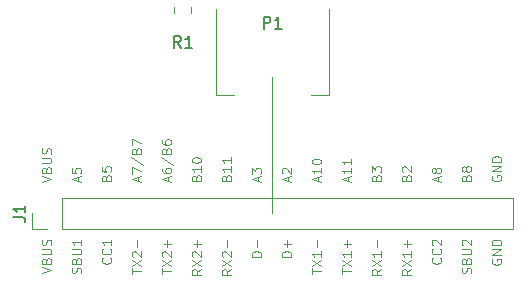
<source format=gbr>
G04 #@! TF.GenerationSoftware,KiCad,Pcbnew,(5.1.2-1)-1*
G04 #@! TF.CreationDate,2020-04-26T15:35:38+02:00*
G04 #@! TF.ProjectId,USB-C-USB-3.2,5553422d-432d-4555-9342-2d332e322e6b,rev?*
G04 #@! TF.SameCoordinates,Original*
G04 #@! TF.FileFunction,Legend,Top*
G04 #@! TF.FilePolarity,Positive*
%FSLAX46Y46*%
G04 Gerber Fmt 4.6, Leading zero omitted, Abs format (unit mm)*
G04 Created by KiCad (PCBNEW (5.1.2-1)-1) date 2020-04-26 15:35:38*
%MOMM*%
%LPD*%
G04 APERTURE LIST*
%ADD10C,0.080000*%
%ADD11C,0.100000*%
%ADD12C,0.120000*%
%ADD13C,0.150000*%
G04 APERTURE END LIST*
D10*
X82500000Y-77000000D02*
X82500000Y-65425000D01*
D11*
X62972857Y-74358809D02*
X63752857Y-74092142D01*
X62972857Y-73825476D01*
X63344285Y-73292142D02*
X63381428Y-73177857D01*
X63418571Y-73139761D01*
X63492857Y-73101666D01*
X63604285Y-73101666D01*
X63678571Y-73139761D01*
X63715714Y-73177857D01*
X63752857Y-73254047D01*
X63752857Y-73558809D01*
X62972857Y-73558809D01*
X62972857Y-73292142D01*
X63010000Y-73215952D01*
X63047142Y-73177857D01*
X63121428Y-73139761D01*
X63195714Y-73139761D01*
X63270000Y-73177857D01*
X63307142Y-73215952D01*
X63344285Y-73292142D01*
X63344285Y-73558809D01*
X62972857Y-72758809D02*
X63604285Y-72758809D01*
X63678571Y-72720714D01*
X63715714Y-72682619D01*
X63752857Y-72606428D01*
X63752857Y-72454047D01*
X63715714Y-72377857D01*
X63678571Y-72339761D01*
X63604285Y-72301666D01*
X62972857Y-72301666D01*
X63715714Y-71958809D02*
X63752857Y-71844523D01*
X63752857Y-71654047D01*
X63715714Y-71577857D01*
X63678571Y-71539761D01*
X63604285Y-71501666D01*
X63530000Y-71501666D01*
X63455714Y-71539761D01*
X63418571Y-71577857D01*
X63381428Y-71654047D01*
X63344285Y-71806428D01*
X63307142Y-71882619D01*
X63270000Y-71920714D01*
X63195714Y-71958809D01*
X63121428Y-71958809D01*
X63047142Y-71920714D01*
X63010000Y-71882619D01*
X62972857Y-71806428D01*
X62972857Y-71615952D01*
X63010000Y-71501666D01*
X66070000Y-74282619D02*
X66070000Y-73901666D01*
X66292857Y-74358809D02*
X65512857Y-74092142D01*
X66292857Y-73825476D01*
X65512857Y-73177857D02*
X65512857Y-73558809D01*
X65884285Y-73596904D01*
X65847142Y-73558809D01*
X65810000Y-73482619D01*
X65810000Y-73292142D01*
X65847142Y-73215952D01*
X65884285Y-73177857D01*
X65958571Y-73139761D01*
X66144285Y-73139761D01*
X66218571Y-73177857D01*
X66255714Y-73215952D01*
X66292857Y-73292142D01*
X66292857Y-73482619D01*
X66255714Y-73558809D01*
X66218571Y-73596904D01*
X68424285Y-73977857D02*
X68461428Y-73863571D01*
X68498571Y-73825476D01*
X68572857Y-73787380D01*
X68684285Y-73787380D01*
X68758571Y-73825476D01*
X68795714Y-73863571D01*
X68832857Y-73939761D01*
X68832857Y-74244523D01*
X68052857Y-74244523D01*
X68052857Y-73977857D01*
X68090000Y-73901666D01*
X68127142Y-73863571D01*
X68201428Y-73825476D01*
X68275714Y-73825476D01*
X68350000Y-73863571D01*
X68387142Y-73901666D01*
X68424285Y-73977857D01*
X68424285Y-74244523D01*
X68052857Y-73063571D02*
X68052857Y-73444523D01*
X68424285Y-73482619D01*
X68387142Y-73444523D01*
X68350000Y-73368333D01*
X68350000Y-73177857D01*
X68387142Y-73101666D01*
X68424285Y-73063571D01*
X68498571Y-73025476D01*
X68684285Y-73025476D01*
X68758571Y-73063571D01*
X68795714Y-73101666D01*
X68832857Y-73177857D01*
X68832857Y-73368333D01*
X68795714Y-73444523D01*
X68758571Y-73482619D01*
X71150000Y-74282619D02*
X71150000Y-73901666D01*
X71372857Y-74358809D02*
X70592857Y-74092142D01*
X71372857Y-73825476D01*
X70592857Y-73635000D02*
X70592857Y-73101666D01*
X71372857Y-73444523D01*
X70555714Y-72225476D02*
X71558571Y-72911190D01*
X70964285Y-71692142D02*
X71001428Y-71577857D01*
X71038571Y-71539761D01*
X71112857Y-71501666D01*
X71224285Y-71501666D01*
X71298571Y-71539761D01*
X71335714Y-71577857D01*
X71372857Y-71654047D01*
X71372857Y-71958809D01*
X70592857Y-71958809D01*
X70592857Y-71692142D01*
X70630000Y-71615952D01*
X70667142Y-71577857D01*
X70741428Y-71539761D01*
X70815714Y-71539761D01*
X70890000Y-71577857D01*
X70927142Y-71615952D01*
X70964285Y-71692142D01*
X70964285Y-71958809D01*
X70592857Y-71235000D02*
X70592857Y-70701666D01*
X71372857Y-71044523D01*
X73690000Y-74282619D02*
X73690000Y-73901666D01*
X73912857Y-74358809D02*
X73132857Y-74092142D01*
X73912857Y-73825476D01*
X73132857Y-73215952D02*
X73132857Y-73368333D01*
X73170000Y-73444523D01*
X73207142Y-73482619D01*
X73318571Y-73558809D01*
X73467142Y-73596904D01*
X73764285Y-73596904D01*
X73838571Y-73558809D01*
X73875714Y-73520714D01*
X73912857Y-73444523D01*
X73912857Y-73292142D01*
X73875714Y-73215952D01*
X73838571Y-73177857D01*
X73764285Y-73139761D01*
X73578571Y-73139761D01*
X73504285Y-73177857D01*
X73467142Y-73215952D01*
X73430000Y-73292142D01*
X73430000Y-73444523D01*
X73467142Y-73520714D01*
X73504285Y-73558809D01*
X73578571Y-73596904D01*
X73095714Y-72225476D02*
X74098571Y-72911190D01*
X73504285Y-71692142D02*
X73541428Y-71577857D01*
X73578571Y-71539761D01*
X73652857Y-71501666D01*
X73764285Y-71501666D01*
X73838571Y-71539761D01*
X73875714Y-71577857D01*
X73912857Y-71654047D01*
X73912857Y-71958809D01*
X73132857Y-71958809D01*
X73132857Y-71692142D01*
X73170000Y-71615952D01*
X73207142Y-71577857D01*
X73281428Y-71539761D01*
X73355714Y-71539761D01*
X73430000Y-71577857D01*
X73467142Y-71615952D01*
X73504285Y-71692142D01*
X73504285Y-71958809D01*
X73132857Y-70815952D02*
X73132857Y-70968333D01*
X73170000Y-71044523D01*
X73207142Y-71082619D01*
X73318571Y-71158809D01*
X73467142Y-71196904D01*
X73764285Y-71196904D01*
X73838571Y-71158809D01*
X73875714Y-71120714D01*
X73912857Y-71044523D01*
X73912857Y-70892142D01*
X73875714Y-70815952D01*
X73838571Y-70777857D01*
X73764285Y-70739761D01*
X73578571Y-70739761D01*
X73504285Y-70777857D01*
X73467142Y-70815952D01*
X73430000Y-70892142D01*
X73430000Y-71044523D01*
X73467142Y-71120714D01*
X73504285Y-71158809D01*
X73578571Y-71196904D01*
X76044285Y-73977857D02*
X76081428Y-73863571D01*
X76118571Y-73825476D01*
X76192857Y-73787380D01*
X76304285Y-73787380D01*
X76378571Y-73825476D01*
X76415714Y-73863571D01*
X76452857Y-73939761D01*
X76452857Y-74244523D01*
X75672857Y-74244523D01*
X75672857Y-73977857D01*
X75710000Y-73901666D01*
X75747142Y-73863571D01*
X75821428Y-73825476D01*
X75895714Y-73825476D01*
X75970000Y-73863571D01*
X76007142Y-73901666D01*
X76044285Y-73977857D01*
X76044285Y-74244523D01*
X76452857Y-73025476D02*
X76452857Y-73482619D01*
X76452857Y-73254047D02*
X75672857Y-73254047D01*
X75784285Y-73330238D01*
X75858571Y-73406428D01*
X75895714Y-73482619D01*
X75672857Y-72530238D02*
X75672857Y-72454047D01*
X75710000Y-72377857D01*
X75747142Y-72339761D01*
X75821428Y-72301666D01*
X75970000Y-72263571D01*
X76155714Y-72263571D01*
X76304285Y-72301666D01*
X76378571Y-72339761D01*
X76415714Y-72377857D01*
X76452857Y-72454047D01*
X76452857Y-72530238D01*
X76415714Y-72606428D01*
X76378571Y-72644523D01*
X76304285Y-72682619D01*
X76155714Y-72720714D01*
X75970000Y-72720714D01*
X75821428Y-72682619D01*
X75747142Y-72644523D01*
X75710000Y-72606428D01*
X75672857Y-72530238D01*
X78584285Y-73977857D02*
X78621428Y-73863571D01*
X78658571Y-73825476D01*
X78732857Y-73787380D01*
X78844285Y-73787380D01*
X78918571Y-73825476D01*
X78955714Y-73863571D01*
X78992857Y-73939761D01*
X78992857Y-74244523D01*
X78212857Y-74244523D01*
X78212857Y-73977857D01*
X78250000Y-73901666D01*
X78287142Y-73863571D01*
X78361428Y-73825476D01*
X78435714Y-73825476D01*
X78510000Y-73863571D01*
X78547142Y-73901666D01*
X78584285Y-73977857D01*
X78584285Y-74244523D01*
X78992857Y-73025476D02*
X78992857Y-73482619D01*
X78992857Y-73254047D02*
X78212857Y-73254047D01*
X78324285Y-73330238D01*
X78398571Y-73406428D01*
X78435714Y-73482619D01*
X78992857Y-72263571D02*
X78992857Y-72720714D01*
X78992857Y-72492142D02*
X78212857Y-72492142D01*
X78324285Y-72568333D01*
X78398571Y-72644523D01*
X78435714Y-72720714D01*
X81310000Y-74282619D02*
X81310000Y-73901666D01*
X81532857Y-74358809D02*
X80752857Y-74092142D01*
X81532857Y-73825476D01*
X80752857Y-73635000D02*
X80752857Y-73139761D01*
X81050000Y-73406428D01*
X81050000Y-73292142D01*
X81087142Y-73215952D01*
X81124285Y-73177857D01*
X81198571Y-73139761D01*
X81384285Y-73139761D01*
X81458571Y-73177857D01*
X81495714Y-73215952D01*
X81532857Y-73292142D01*
X81532857Y-73520714D01*
X81495714Y-73596904D01*
X81458571Y-73635000D01*
X83850000Y-74282619D02*
X83850000Y-73901666D01*
X84072857Y-74358809D02*
X83292857Y-74092142D01*
X84072857Y-73825476D01*
X83367142Y-73596904D02*
X83330000Y-73558809D01*
X83292857Y-73482619D01*
X83292857Y-73292142D01*
X83330000Y-73215952D01*
X83367142Y-73177857D01*
X83441428Y-73139761D01*
X83515714Y-73139761D01*
X83627142Y-73177857D01*
X84072857Y-73635000D01*
X84072857Y-73139761D01*
X86390000Y-74282619D02*
X86390000Y-73901666D01*
X86612857Y-74358809D02*
X85832857Y-74092142D01*
X86612857Y-73825476D01*
X86612857Y-73139761D02*
X86612857Y-73596904D01*
X86612857Y-73368333D02*
X85832857Y-73368333D01*
X85944285Y-73444523D01*
X86018571Y-73520714D01*
X86055714Y-73596904D01*
X85832857Y-72644523D02*
X85832857Y-72568333D01*
X85870000Y-72492142D01*
X85907142Y-72454047D01*
X85981428Y-72415952D01*
X86130000Y-72377857D01*
X86315714Y-72377857D01*
X86464285Y-72415952D01*
X86538571Y-72454047D01*
X86575714Y-72492142D01*
X86612857Y-72568333D01*
X86612857Y-72644523D01*
X86575714Y-72720714D01*
X86538571Y-72758809D01*
X86464285Y-72796904D01*
X86315714Y-72835000D01*
X86130000Y-72835000D01*
X85981428Y-72796904D01*
X85907142Y-72758809D01*
X85870000Y-72720714D01*
X85832857Y-72644523D01*
X88930000Y-74282619D02*
X88930000Y-73901666D01*
X89152857Y-74358809D02*
X88372857Y-74092142D01*
X89152857Y-73825476D01*
X89152857Y-73139761D02*
X89152857Y-73596904D01*
X89152857Y-73368333D02*
X88372857Y-73368333D01*
X88484285Y-73444523D01*
X88558571Y-73520714D01*
X88595714Y-73596904D01*
X89152857Y-72377857D02*
X89152857Y-72835000D01*
X89152857Y-72606428D02*
X88372857Y-72606428D01*
X88484285Y-72682619D01*
X88558571Y-72758809D01*
X88595714Y-72835000D01*
X91284285Y-73977857D02*
X91321428Y-73863571D01*
X91358571Y-73825476D01*
X91432857Y-73787380D01*
X91544285Y-73787380D01*
X91618571Y-73825476D01*
X91655714Y-73863571D01*
X91692857Y-73939761D01*
X91692857Y-74244523D01*
X90912857Y-74244523D01*
X90912857Y-73977857D01*
X90950000Y-73901666D01*
X90987142Y-73863571D01*
X91061428Y-73825476D01*
X91135714Y-73825476D01*
X91210000Y-73863571D01*
X91247142Y-73901666D01*
X91284285Y-73977857D01*
X91284285Y-74244523D01*
X90912857Y-73520714D02*
X90912857Y-73025476D01*
X91210000Y-73292142D01*
X91210000Y-73177857D01*
X91247142Y-73101666D01*
X91284285Y-73063571D01*
X91358571Y-73025476D01*
X91544285Y-73025476D01*
X91618571Y-73063571D01*
X91655714Y-73101666D01*
X91692857Y-73177857D01*
X91692857Y-73406428D01*
X91655714Y-73482619D01*
X91618571Y-73520714D01*
X93824285Y-73977857D02*
X93861428Y-73863571D01*
X93898571Y-73825476D01*
X93972857Y-73787380D01*
X94084285Y-73787380D01*
X94158571Y-73825476D01*
X94195714Y-73863571D01*
X94232857Y-73939761D01*
X94232857Y-74244523D01*
X93452857Y-74244523D01*
X93452857Y-73977857D01*
X93490000Y-73901666D01*
X93527142Y-73863571D01*
X93601428Y-73825476D01*
X93675714Y-73825476D01*
X93750000Y-73863571D01*
X93787142Y-73901666D01*
X93824285Y-73977857D01*
X93824285Y-74244523D01*
X93527142Y-73482619D02*
X93490000Y-73444523D01*
X93452857Y-73368333D01*
X93452857Y-73177857D01*
X93490000Y-73101666D01*
X93527142Y-73063571D01*
X93601428Y-73025476D01*
X93675714Y-73025476D01*
X93787142Y-73063571D01*
X94232857Y-73520714D01*
X94232857Y-73025476D01*
X96550000Y-74282619D02*
X96550000Y-73901666D01*
X96772857Y-74358809D02*
X95992857Y-74092142D01*
X96772857Y-73825476D01*
X96327142Y-73444523D02*
X96290000Y-73520714D01*
X96252857Y-73558809D01*
X96178571Y-73596904D01*
X96141428Y-73596904D01*
X96067142Y-73558809D01*
X96030000Y-73520714D01*
X95992857Y-73444523D01*
X95992857Y-73292142D01*
X96030000Y-73215952D01*
X96067142Y-73177857D01*
X96141428Y-73139761D01*
X96178571Y-73139761D01*
X96252857Y-73177857D01*
X96290000Y-73215952D01*
X96327142Y-73292142D01*
X96327142Y-73444523D01*
X96364285Y-73520714D01*
X96401428Y-73558809D01*
X96475714Y-73596904D01*
X96624285Y-73596904D01*
X96698571Y-73558809D01*
X96735714Y-73520714D01*
X96772857Y-73444523D01*
X96772857Y-73292142D01*
X96735714Y-73215952D01*
X96698571Y-73177857D01*
X96624285Y-73139761D01*
X96475714Y-73139761D01*
X96401428Y-73177857D01*
X96364285Y-73215952D01*
X96327142Y-73292142D01*
X98904285Y-73977857D02*
X98941428Y-73863571D01*
X98978571Y-73825476D01*
X99052857Y-73787380D01*
X99164285Y-73787380D01*
X99238571Y-73825476D01*
X99275714Y-73863571D01*
X99312857Y-73939761D01*
X99312857Y-74244523D01*
X98532857Y-74244523D01*
X98532857Y-73977857D01*
X98570000Y-73901666D01*
X98607142Y-73863571D01*
X98681428Y-73825476D01*
X98755714Y-73825476D01*
X98830000Y-73863571D01*
X98867142Y-73901666D01*
X98904285Y-73977857D01*
X98904285Y-74244523D01*
X98867142Y-73330238D02*
X98830000Y-73406428D01*
X98792857Y-73444523D01*
X98718571Y-73482619D01*
X98681428Y-73482619D01*
X98607142Y-73444523D01*
X98570000Y-73406428D01*
X98532857Y-73330238D01*
X98532857Y-73177857D01*
X98570000Y-73101666D01*
X98607142Y-73063571D01*
X98681428Y-73025476D01*
X98718571Y-73025476D01*
X98792857Y-73063571D01*
X98830000Y-73101666D01*
X98867142Y-73177857D01*
X98867142Y-73330238D01*
X98904285Y-73406428D01*
X98941428Y-73444523D01*
X99015714Y-73482619D01*
X99164285Y-73482619D01*
X99238571Y-73444523D01*
X99275714Y-73406428D01*
X99312857Y-73330238D01*
X99312857Y-73177857D01*
X99275714Y-73101666D01*
X99238571Y-73063571D01*
X99164285Y-73025476D01*
X99015714Y-73025476D01*
X98941428Y-73063571D01*
X98904285Y-73101666D01*
X98867142Y-73177857D01*
X101110000Y-73825476D02*
X101072857Y-73901666D01*
X101072857Y-74015952D01*
X101110000Y-74130238D01*
X101184285Y-74206428D01*
X101258571Y-74244523D01*
X101407142Y-74282619D01*
X101518571Y-74282619D01*
X101667142Y-74244523D01*
X101741428Y-74206428D01*
X101815714Y-74130238D01*
X101852857Y-74015952D01*
X101852857Y-73939761D01*
X101815714Y-73825476D01*
X101778571Y-73787380D01*
X101518571Y-73787380D01*
X101518571Y-73939761D01*
X101852857Y-73444523D02*
X101072857Y-73444523D01*
X101852857Y-72987380D01*
X101072857Y-72987380D01*
X101852857Y-72606428D02*
X101072857Y-72606428D01*
X101072857Y-72415952D01*
X101110000Y-72301666D01*
X101184285Y-72225476D01*
X101258571Y-72187380D01*
X101407142Y-72149285D01*
X101518571Y-72149285D01*
X101667142Y-72187380D01*
X101741428Y-72225476D01*
X101815714Y-72301666D01*
X101852857Y-72415952D01*
X101852857Y-72606428D01*
X62972857Y-82074523D02*
X63752857Y-81807857D01*
X62972857Y-81541190D01*
X63344285Y-81007857D02*
X63381428Y-80893571D01*
X63418571Y-80855476D01*
X63492857Y-80817380D01*
X63604285Y-80817380D01*
X63678571Y-80855476D01*
X63715714Y-80893571D01*
X63752857Y-80969761D01*
X63752857Y-81274523D01*
X62972857Y-81274523D01*
X62972857Y-81007857D01*
X63010000Y-80931666D01*
X63047142Y-80893571D01*
X63121428Y-80855476D01*
X63195714Y-80855476D01*
X63270000Y-80893571D01*
X63307142Y-80931666D01*
X63344285Y-81007857D01*
X63344285Y-81274523D01*
X62972857Y-80474523D02*
X63604285Y-80474523D01*
X63678571Y-80436428D01*
X63715714Y-80398333D01*
X63752857Y-80322142D01*
X63752857Y-80169761D01*
X63715714Y-80093571D01*
X63678571Y-80055476D01*
X63604285Y-80017380D01*
X62972857Y-80017380D01*
X63715714Y-79674523D02*
X63752857Y-79560238D01*
X63752857Y-79369761D01*
X63715714Y-79293571D01*
X63678571Y-79255476D01*
X63604285Y-79217380D01*
X63530000Y-79217380D01*
X63455714Y-79255476D01*
X63418571Y-79293571D01*
X63381428Y-79369761D01*
X63344285Y-79522142D01*
X63307142Y-79598333D01*
X63270000Y-79636428D01*
X63195714Y-79674523D01*
X63121428Y-79674523D01*
X63047142Y-79636428D01*
X63010000Y-79598333D01*
X62972857Y-79522142D01*
X62972857Y-79331666D01*
X63010000Y-79217380D01*
X66255714Y-82074523D02*
X66292857Y-81960238D01*
X66292857Y-81769761D01*
X66255714Y-81693571D01*
X66218571Y-81655476D01*
X66144285Y-81617380D01*
X66070000Y-81617380D01*
X65995714Y-81655476D01*
X65958571Y-81693571D01*
X65921428Y-81769761D01*
X65884285Y-81922142D01*
X65847142Y-81998333D01*
X65810000Y-82036428D01*
X65735714Y-82074523D01*
X65661428Y-82074523D01*
X65587142Y-82036428D01*
X65550000Y-81998333D01*
X65512857Y-81922142D01*
X65512857Y-81731666D01*
X65550000Y-81617380D01*
X65884285Y-81007857D02*
X65921428Y-80893571D01*
X65958571Y-80855476D01*
X66032857Y-80817380D01*
X66144285Y-80817380D01*
X66218571Y-80855476D01*
X66255714Y-80893571D01*
X66292857Y-80969761D01*
X66292857Y-81274523D01*
X65512857Y-81274523D01*
X65512857Y-81007857D01*
X65550000Y-80931666D01*
X65587142Y-80893571D01*
X65661428Y-80855476D01*
X65735714Y-80855476D01*
X65810000Y-80893571D01*
X65847142Y-80931666D01*
X65884285Y-81007857D01*
X65884285Y-81274523D01*
X65512857Y-80474523D02*
X66144285Y-80474523D01*
X66218571Y-80436428D01*
X66255714Y-80398333D01*
X66292857Y-80322142D01*
X66292857Y-80169761D01*
X66255714Y-80093571D01*
X66218571Y-80055476D01*
X66144285Y-80017380D01*
X65512857Y-80017380D01*
X66292857Y-79217380D02*
X66292857Y-79674523D01*
X66292857Y-79445952D02*
X65512857Y-79445952D01*
X65624285Y-79522142D01*
X65698571Y-79598333D01*
X65735714Y-79674523D01*
X68758571Y-80779285D02*
X68795714Y-80817380D01*
X68832857Y-80931666D01*
X68832857Y-81007857D01*
X68795714Y-81122142D01*
X68721428Y-81198333D01*
X68647142Y-81236428D01*
X68498571Y-81274523D01*
X68387142Y-81274523D01*
X68238571Y-81236428D01*
X68164285Y-81198333D01*
X68090000Y-81122142D01*
X68052857Y-81007857D01*
X68052857Y-80931666D01*
X68090000Y-80817380D01*
X68127142Y-80779285D01*
X68758571Y-79979285D02*
X68795714Y-80017380D01*
X68832857Y-80131666D01*
X68832857Y-80207857D01*
X68795714Y-80322142D01*
X68721428Y-80398333D01*
X68647142Y-80436428D01*
X68498571Y-80474523D01*
X68387142Y-80474523D01*
X68238571Y-80436428D01*
X68164285Y-80398333D01*
X68090000Y-80322142D01*
X68052857Y-80207857D01*
X68052857Y-80131666D01*
X68090000Y-80017380D01*
X68127142Y-79979285D01*
X68832857Y-79217380D02*
X68832857Y-79674523D01*
X68832857Y-79445952D02*
X68052857Y-79445952D01*
X68164285Y-79522142D01*
X68238571Y-79598333D01*
X68275714Y-79674523D01*
X70592857Y-82112619D02*
X70592857Y-81655476D01*
X71372857Y-81884047D02*
X70592857Y-81884047D01*
X70592857Y-81465000D02*
X71372857Y-80931666D01*
X70592857Y-80931666D02*
X71372857Y-81465000D01*
X70667142Y-80665000D02*
X70630000Y-80626904D01*
X70592857Y-80550714D01*
X70592857Y-80360238D01*
X70630000Y-80284047D01*
X70667142Y-80245952D01*
X70741428Y-80207857D01*
X70815714Y-80207857D01*
X70927142Y-80245952D01*
X71372857Y-80703095D01*
X71372857Y-80207857D01*
X71075714Y-79865000D02*
X71075714Y-79255476D01*
X73132857Y-82112619D02*
X73132857Y-81655476D01*
X73912857Y-81884047D02*
X73132857Y-81884047D01*
X73132857Y-81465000D02*
X73912857Y-80931666D01*
X73132857Y-80931666D02*
X73912857Y-81465000D01*
X73207142Y-80665000D02*
X73170000Y-80626904D01*
X73132857Y-80550714D01*
X73132857Y-80360238D01*
X73170000Y-80284047D01*
X73207142Y-80245952D01*
X73281428Y-80207857D01*
X73355714Y-80207857D01*
X73467142Y-80245952D01*
X73912857Y-80703095D01*
X73912857Y-80207857D01*
X73615714Y-79865000D02*
X73615714Y-79255476D01*
X73912857Y-79560238D02*
X73318571Y-79560238D01*
X76452857Y-81731666D02*
X76081428Y-81998333D01*
X76452857Y-82188809D02*
X75672857Y-82188809D01*
X75672857Y-81884047D01*
X75710000Y-81807857D01*
X75747142Y-81769761D01*
X75821428Y-81731666D01*
X75932857Y-81731666D01*
X76007142Y-81769761D01*
X76044285Y-81807857D01*
X76081428Y-81884047D01*
X76081428Y-82188809D01*
X75672857Y-81465000D02*
X76452857Y-80931666D01*
X75672857Y-80931666D02*
X76452857Y-81465000D01*
X75747142Y-80665000D02*
X75710000Y-80626904D01*
X75672857Y-80550714D01*
X75672857Y-80360238D01*
X75710000Y-80284047D01*
X75747142Y-80245952D01*
X75821428Y-80207857D01*
X75895714Y-80207857D01*
X76007142Y-80245952D01*
X76452857Y-80703095D01*
X76452857Y-80207857D01*
X76155714Y-79865000D02*
X76155714Y-79255476D01*
X76452857Y-79560238D02*
X75858571Y-79560238D01*
X78992857Y-81731666D02*
X78621428Y-81998333D01*
X78992857Y-82188809D02*
X78212857Y-82188809D01*
X78212857Y-81884047D01*
X78250000Y-81807857D01*
X78287142Y-81769761D01*
X78361428Y-81731666D01*
X78472857Y-81731666D01*
X78547142Y-81769761D01*
X78584285Y-81807857D01*
X78621428Y-81884047D01*
X78621428Y-82188809D01*
X78212857Y-81465000D02*
X78992857Y-80931666D01*
X78212857Y-80931666D02*
X78992857Y-81465000D01*
X78287142Y-80665000D02*
X78250000Y-80626904D01*
X78212857Y-80550714D01*
X78212857Y-80360238D01*
X78250000Y-80284047D01*
X78287142Y-80245952D01*
X78361428Y-80207857D01*
X78435714Y-80207857D01*
X78547142Y-80245952D01*
X78992857Y-80703095D01*
X78992857Y-80207857D01*
X78695714Y-79865000D02*
X78695714Y-79255476D01*
X81532857Y-80665000D02*
X80752857Y-80665000D01*
X80752857Y-80474523D01*
X80790000Y-80360238D01*
X80864285Y-80284047D01*
X80938571Y-80245952D01*
X81087142Y-80207857D01*
X81198571Y-80207857D01*
X81347142Y-80245952D01*
X81421428Y-80284047D01*
X81495714Y-80360238D01*
X81532857Y-80474523D01*
X81532857Y-80665000D01*
X81235714Y-79865000D02*
X81235714Y-79255476D01*
X84072857Y-80665000D02*
X83292857Y-80665000D01*
X83292857Y-80474523D01*
X83330000Y-80360238D01*
X83404285Y-80284047D01*
X83478571Y-80245952D01*
X83627142Y-80207857D01*
X83738571Y-80207857D01*
X83887142Y-80245952D01*
X83961428Y-80284047D01*
X84035714Y-80360238D01*
X84072857Y-80474523D01*
X84072857Y-80665000D01*
X83775714Y-79865000D02*
X83775714Y-79255476D01*
X84072857Y-79560238D02*
X83478571Y-79560238D01*
X85832857Y-82112619D02*
X85832857Y-81655476D01*
X86612857Y-81884047D02*
X85832857Y-81884047D01*
X85832857Y-81465000D02*
X86612857Y-80931666D01*
X85832857Y-80931666D02*
X86612857Y-81465000D01*
X86612857Y-80207857D02*
X86612857Y-80665000D01*
X86612857Y-80436428D02*
X85832857Y-80436428D01*
X85944285Y-80512619D01*
X86018571Y-80588809D01*
X86055714Y-80665000D01*
X86315714Y-79865000D02*
X86315714Y-79255476D01*
X88372857Y-82112619D02*
X88372857Y-81655476D01*
X89152857Y-81884047D02*
X88372857Y-81884047D01*
X88372857Y-81465000D02*
X89152857Y-80931666D01*
X88372857Y-80931666D02*
X89152857Y-81465000D01*
X89152857Y-80207857D02*
X89152857Y-80665000D01*
X89152857Y-80436428D02*
X88372857Y-80436428D01*
X88484285Y-80512619D01*
X88558571Y-80588809D01*
X88595714Y-80665000D01*
X88855714Y-79865000D02*
X88855714Y-79255476D01*
X89152857Y-79560238D02*
X88558571Y-79560238D01*
X91692857Y-81731666D02*
X91321428Y-81998333D01*
X91692857Y-82188809D02*
X90912857Y-82188809D01*
X90912857Y-81884047D01*
X90950000Y-81807857D01*
X90987142Y-81769761D01*
X91061428Y-81731666D01*
X91172857Y-81731666D01*
X91247142Y-81769761D01*
X91284285Y-81807857D01*
X91321428Y-81884047D01*
X91321428Y-82188809D01*
X90912857Y-81465000D02*
X91692857Y-80931666D01*
X90912857Y-80931666D02*
X91692857Y-81465000D01*
X91692857Y-80207857D02*
X91692857Y-80665000D01*
X91692857Y-80436428D02*
X90912857Y-80436428D01*
X91024285Y-80512619D01*
X91098571Y-80588809D01*
X91135714Y-80665000D01*
X91395714Y-79865000D02*
X91395714Y-79255476D01*
X94232857Y-81731666D02*
X93861428Y-81998333D01*
X94232857Y-82188809D02*
X93452857Y-82188809D01*
X93452857Y-81884047D01*
X93490000Y-81807857D01*
X93527142Y-81769761D01*
X93601428Y-81731666D01*
X93712857Y-81731666D01*
X93787142Y-81769761D01*
X93824285Y-81807857D01*
X93861428Y-81884047D01*
X93861428Y-82188809D01*
X93452857Y-81465000D02*
X94232857Y-80931666D01*
X93452857Y-80931666D02*
X94232857Y-81465000D01*
X94232857Y-80207857D02*
X94232857Y-80665000D01*
X94232857Y-80436428D02*
X93452857Y-80436428D01*
X93564285Y-80512619D01*
X93638571Y-80588809D01*
X93675714Y-80665000D01*
X93935714Y-79865000D02*
X93935714Y-79255476D01*
X94232857Y-79560238D02*
X93638571Y-79560238D01*
X96698571Y-80779285D02*
X96735714Y-80817380D01*
X96772857Y-80931666D01*
X96772857Y-81007857D01*
X96735714Y-81122142D01*
X96661428Y-81198333D01*
X96587142Y-81236428D01*
X96438571Y-81274523D01*
X96327142Y-81274523D01*
X96178571Y-81236428D01*
X96104285Y-81198333D01*
X96030000Y-81122142D01*
X95992857Y-81007857D01*
X95992857Y-80931666D01*
X96030000Y-80817380D01*
X96067142Y-80779285D01*
X96698571Y-79979285D02*
X96735714Y-80017380D01*
X96772857Y-80131666D01*
X96772857Y-80207857D01*
X96735714Y-80322142D01*
X96661428Y-80398333D01*
X96587142Y-80436428D01*
X96438571Y-80474523D01*
X96327142Y-80474523D01*
X96178571Y-80436428D01*
X96104285Y-80398333D01*
X96030000Y-80322142D01*
X95992857Y-80207857D01*
X95992857Y-80131666D01*
X96030000Y-80017380D01*
X96067142Y-79979285D01*
X96067142Y-79674523D02*
X96030000Y-79636428D01*
X95992857Y-79560238D01*
X95992857Y-79369761D01*
X96030000Y-79293571D01*
X96067142Y-79255476D01*
X96141428Y-79217380D01*
X96215714Y-79217380D01*
X96327142Y-79255476D01*
X96772857Y-79712619D01*
X96772857Y-79217380D01*
X99275714Y-82074523D02*
X99312857Y-81960238D01*
X99312857Y-81769761D01*
X99275714Y-81693571D01*
X99238571Y-81655476D01*
X99164285Y-81617380D01*
X99090000Y-81617380D01*
X99015714Y-81655476D01*
X98978571Y-81693571D01*
X98941428Y-81769761D01*
X98904285Y-81922142D01*
X98867142Y-81998333D01*
X98830000Y-82036428D01*
X98755714Y-82074523D01*
X98681428Y-82074523D01*
X98607142Y-82036428D01*
X98570000Y-81998333D01*
X98532857Y-81922142D01*
X98532857Y-81731666D01*
X98570000Y-81617380D01*
X98904285Y-81007857D02*
X98941428Y-80893571D01*
X98978571Y-80855476D01*
X99052857Y-80817380D01*
X99164285Y-80817380D01*
X99238571Y-80855476D01*
X99275714Y-80893571D01*
X99312857Y-80969761D01*
X99312857Y-81274523D01*
X98532857Y-81274523D01*
X98532857Y-81007857D01*
X98570000Y-80931666D01*
X98607142Y-80893571D01*
X98681428Y-80855476D01*
X98755714Y-80855476D01*
X98830000Y-80893571D01*
X98867142Y-80931666D01*
X98904285Y-81007857D01*
X98904285Y-81274523D01*
X98532857Y-80474523D02*
X99164285Y-80474523D01*
X99238571Y-80436428D01*
X99275714Y-80398333D01*
X99312857Y-80322142D01*
X99312857Y-80169761D01*
X99275714Y-80093571D01*
X99238571Y-80055476D01*
X99164285Y-80017380D01*
X98532857Y-80017380D01*
X98607142Y-79674523D02*
X98570000Y-79636428D01*
X98532857Y-79560238D01*
X98532857Y-79369761D01*
X98570000Y-79293571D01*
X98607142Y-79255476D01*
X98681428Y-79217380D01*
X98755714Y-79217380D01*
X98867142Y-79255476D01*
X99312857Y-79712619D01*
X99312857Y-79217380D01*
X101110000Y-80893571D02*
X101072857Y-80969761D01*
X101072857Y-81084047D01*
X101110000Y-81198333D01*
X101184285Y-81274523D01*
X101258571Y-81312619D01*
X101407142Y-81350714D01*
X101518571Y-81350714D01*
X101667142Y-81312619D01*
X101741428Y-81274523D01*
X101815714Y-81198333D01*
X101852857Y-81084047D01*
X101852857Y-81007857D01*
X101815714Y-80893571D01*
X101778571Y-80855476D01*
X101518571Y-80855476D01*
X101518571Y-81007857D01*
X101852857Y-80512619D02*
X101072857Y-80512619D01*
X101852857Y-80055476D01*
X101072857Y-80055476D01*
X101852857Y-79674523D02*
X101072857Y-79674523D01*
X101072857Y-79484047D01*
X101110000Y-79369761D01*
X101184285Y-79293571D01*
X101258571Y-79255476D01*
X101407142Y-79217380D01*
X101518571Y-79217380D01*
X101667142Y-79255476D01*
X101741428Y-79293571D01*
X101815714Y-79369761D01*
X101852857Y-79484047D01*
X101852857Y-79674523D01*
D12*
X62120000Y-78330000D02*
X62120000Y-77000000D01*
X63450000Y-78330000D02*
X62120000Y-78330000D01*
X64720000Y-78330000D02*
X64720000Y-75670000D01*
X64720000Y-75670000D02*
X102880000Y-75670000D01*
X64720000Y-78330000D02*
X102880000Y-78330000D01*
X102880000Y-78330000D02*
X102880000Y-75670000D01*
X87250000Y-66970000D02*
X85750000Y-66970000D01*
X87250000Y-66970000D02*
X87250000Y-59710000D01*
X77750000Y-66970000D02*
X77750000Y-59710000D01*
X79250000Y-66970000D02*
X77750000Y-66970000D01*
X75610000Y-60061252D02*
X75610000Y-59538748D01*
X74190000Y-60061252D02*
X74190000Y-59538748D01*
D13*
X60572380Y-77333333D02*
X61286666Y-77333333D01*
X61429523Y-77380952D01*
X61524761Y-77476190D01*
X61572380Y-77619047D01*
X61572380Y-77714285D01*
X61572380Y-76333333D02*
X61572380Y-76904761D01*
X61572380Y-76619047D02*
X60572380Y-76619047D01*
X60715238Y-76714285D01*
X60810476Y-76809523D01*
X60858095Y-76904761D01*
X81761904Y-61352380D02*
X81761904Y-60352380D01*
X82142857Y-60352380D01*
X82238095Y-60400000D01*
X82285714Y-60447619D01*
X82333333Y-60542857D01*
X82333333Y-60685714D01*
X82285714Y-60780952D01*
X82238095Y-60828571D01*
X82142857Y-60876190D01*
X81761904Y-60876190D01*
X83285714Y-61352380D02*
X82714285Y-61352380D01*
X83000000Y-61352380D02*
X83000000Y-60352380D01*
X82904761Y-60495238D01*
X82809523Y-60590476D01*
X82714285Y-60638095D01*
X74753333Y-62962380D02*
X74420000Y-62486190D01*
X74181904Y-62962380D02*
X74181904Y-61962380D01*
X74562857Y-61962380D01*
X74658095Y-62010000D01*
X74705714Y-62057619D01*
X74753333Y-62152857D01*
X74753333Y-62295714D01*
X74705714Y-62390952D01*
X74658095Y-62438571D01*
X74562857Y-62486190D01*
X74181904Y-62486190D01*
X75705714Y-62962380D02*
X75134285Y-62962380D01*
X75420000Y-62962380D02*
X75420000Y-61962380D01*
X75324761Y-62105238D01*
X75229523Y-62200476D01*
X75134285Y-62248095D01*
M02*

</source>
